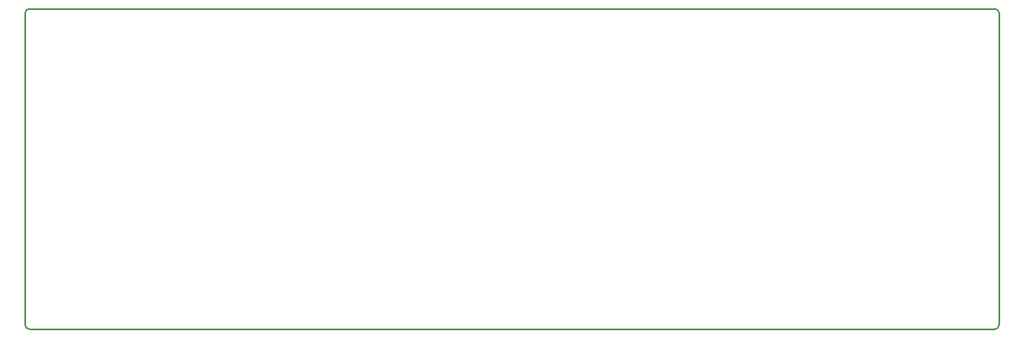
<source format=gbr>
G04 start of page 6 for group 4 idx 4 *
G04 Title: uart, outline *
G04 Creator: pcb 20140316 *
G04 CreationDate: Wed 16 Jan 2019 07:50:34 AM GMT UTC *
G04 For: brian *
G04 Format: Gerber/RS-274X *
G04 PCB-Dimensions (mil): 9000.00 5000.00 *
G04 PCB-Coordinate-Origin: lower left *
%MOIN*%
%FSLAX25Y25*%
%LNOUTLINE*%
%ADD136C,0.0100*%
G54D136*X714000Y390000D02*Y202000D01*
X131000Y392500D02*X711500D01*
X131000Y199500D02*X711500D01*
X128500Y390000D02*Y202000D01*
X711500Y392500D02*G75*G02X714000Y390000I0J-2500D01*G01*
Y202000D02*G75*G02X711500Y199500I-2500J0D01*G01*
X128500Y390000D02*G75*G02X131000Y392500I2500J0D01*G01*
Y199500D02*G75*G02X128500Y202000I0J2500D01*G01*
M02*

</source>
